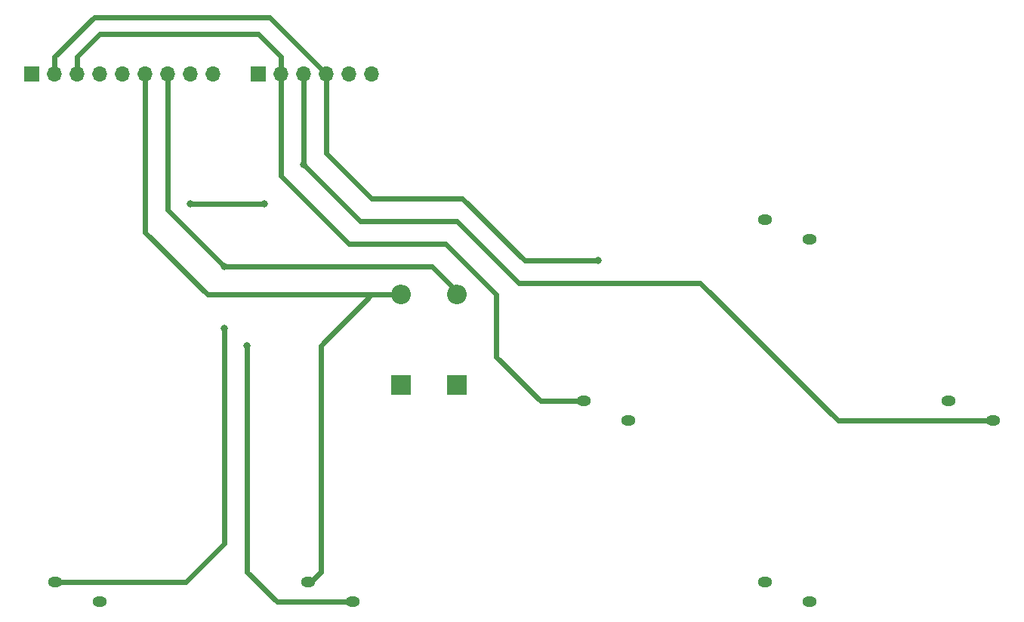
<source format=gbr>
%TF.GenerationSoftware,KiCad,Pcbnew,7.0.10*%
%TF.CreationDate,2024-02-09T22:35:13+09:00*%
%TF.ProjectId,game_pad,67616d65-5f70-4616-942e-6b696361645f,1*%
%TF.SameCoordinates,Original*%
%TF.FileFunction,Copper,L1,Top*%
%TF.FilePolarity,Positive*%
%FSLAX46Y46*%
G04 Gerber Fmt 4.6, Leading zero omitted, Abs format (unit mm)*
G04 Created by KiCad (PCBNEW 7.0.10) date 2024-02-09 22:35:13*
%MOMM*%
%LPD*%
G01*
G04 APERTURE LIST*
%TA.AperFunction,ComponentPad*%
%ADD10O,1.600000X1.200000*%
%TD*%
%TA.AperFunction,ComponentPad*%
%ADD11R,1.700000X1.700000*%
%TD*%
%TA.AperFunction,ComponentPad*%
%ADD12O,1.700000X1.700000*%
%TD*%
%TA.AperFunction,ComponentPad*%
%ADD13R,2.200000X2.200000*%
%TD*%
%TA.AperFunction,ComponentPad*%
%ADD14O,2.200000X2.200000*%
%TD*%
%TA.AperFunction,ViaPad*%
%ADD15C,0.800000*%
%TD*%
%TA.AperFunction,Conductor*%
%ADD16C,0.600000*%
%TD*%
G04 APERTURE END LIST*
D10*
%TO.P,SW6,1,1*%
%TO.N,Net-(J1-Pin_2)*%
X150790000Y-130700000D03*
%TO.P,SW6,2,2*%
%TO.N,Net-(J2-Pin_5)*%
X155790000Y-132900000D03*
%TD*%
D11*
%TO.P,J2,1,Pin_1*%
%TO.N,/UP*%
X93980000Y-73660000D03*
D12*
%TO.P,J2,2,Pin_2*%
%TO.N,Net-(J1-Pin_3)*%
X96520000Y-73660000D03*
%TO.P,J2,3,Pin_3*%
%TO.N,/RIGHT*%
X99060000Y-73660000D03*
%TO.P,J2,4,Pin_4*%
%TO.N,Net-(J1-Pin_2)*%
X101600000Y-73660000D03*
%TO.P,J2,5,Pin_5*%
%TO.N,Net-(J2-Pin_5)*%
X104140000Y-73660000D03*
%TO.P,J2,6,Pin_6*%
%TO.N,Net-(D1-K)*%
X106680000Y-73660000D03*
%TD*%
D10*
%TO.P,SW5,1,1*%
%TO.N,Net-(J2-Pin_5)*%
X171315000Y-110380000D03*
%TO.P,SW5,2,2*%
%TO.N,/RIGHT*%
X176315000Y-112580000D03*
%TD*%
D13*
%TO.P,D1,1,K*%
%TO.N,Net-(D1-K)*%
X109982000Y-108585000D03*
D14*
%TO.P,D1,2,A*%
%TO.N,/A_BUTTON*%
X109982000Y-98425000D03*
%TD*%
D10*
%TO.P,SW1,1,1*%
%TO.N,/B_BUTTON*%
X71200000Y-130700000D03*
%TO.P,SW1,2,2*%
%TO.N,Net-(JP2-B)*%
X76200000Y-132900000D03*
%TD*%
D13*
%TO.P,D2,1,K*%
%TO.N,Net-(D1-K)*%
X116205000Y-108585000D03*
D14*
%TO.P,D2,2,A*%
%TO.N,/B_BUTTON*%
X116205000Y-98425000D03*
%TD*%
D10*
%TO.P,SW4,1,1*%
%TO.N,Net-(J1-Pin_3)*%
X130470000Y-110380000D03*
%TO.P,SW4,2,2*%
%TO.N,Net-(J2-Pin_5)*%
X135470000Y-112580000D03*
%TD*%
%TO.P,SW3,1,1*%
%TO.N,/UP*%
X150780000Y-90060000D03*
%TO.P,SW3,2,2*%
%TO.N,Net-(J2-Pin_5)*%
X155780000Y-92260000D03*
%TD*%
D11*
%TO.P,J1,1,Pin_1*%
%TO.N,/UP*%
X68580000Y-73660000D03*
D12*
%TO.P,J1,2,Pin_2*%
%TO.N,Net-(J1-Pin_2)*%
X71120000Y-73660000D03*
%TO.P,J1,3,Pin_3*%
%TO.N,Net-(J1-Pin_3)*%
X73660000Y-73660000D03*
%TO.P,J1,4,Pin_4*%
%TO.N,/RIGHT*%
X76200000Y-73660000D03*
%TO.P,J1,5,Pin_5*%
%TO.N,unconnected-(J1-Pin_5-Pad5)*%
X78740000Y-73660000D03*
%TO.P,J1,6,Pin_6*%
%TO.N,/A_BUTTON*%
X81280000Y-73660000D03*
%TO.P,J1,7,Pin_7*%
%TO.N,/B_BUTTON*%
X83820000Y-73660000D03*
%TO.P,J1,8,Pin_8*%
%TO.N,Net-(J1-Pin_8)*%
X86360000Y-73660000D03*
%TO.P,J1,9,Pin_9*%
%TO.N,Net-(J1-Pin_9)*%
X88900000Y-73660000D03*
%TD*%
D10*
%TO.P,SW2,1,1*%
%TO.N,/A_BUTTON*%
X99560000Y-130700000D03*
%TO.P,SW2,2,2*%
%TO.N,Net-(JP1-B)*%
X104560000Y-132900000D03*
%TD*%
D15*
%TO.N,/B_BUTTON*%
X90170000Y-95250000D03*
X90170000Y-102235000D03*
%TO.N,Net-(J1-Pin_2)*%
X132080000Y-94615000D03*
%TO.N,/RIGHT*%
X86360000Y-88265000D03*
X94615000Y-88265000D03*
X99060000Y-83820000D03*
%TO.N,Net-(JP1-B)*%
X92710000Y-104140000D03*
%TD*%
D16*
%TO.N,/A_BUTTON*%
X100965000Y-129540000D02*
X100965000Y-104140000D01*
X100965000Y-104140000D02*
X106605000Y-98500000D01*
X105410000Y-98425000D02*
X88265000Y-98425000D01*
X106530000Y-98425000D02*
X105410000Y-98425000D01*
X81280000Y-91440000D02*
X81280000Y-73660000D01*
X106605000Y-98500000D02*
X106680000Y-98425000D01*
X105410000Y-98425000D02*
X107315000Y-98425000D01*
X106680000Y-98425000D02*
X107315000Y-98425000D01*
X106605000Y-98500000D02*
X106530000Y-98425000D01*
X88265000Y-98425000D02*
X81280000Y-91440000D01*
X99805000Y-130700000D02*
X100965000Y-129540000D01*
X107315000Y-98425000D02*
X109982000Y-98425000D01*
%TO.N,/B_BUTTON*%
X71200000Y-130700000D02*
X85835000Y-130700000D01*
X83820000Y-88900000D02*
X90170000Y-95250000D01*
X85835000Y-130700000D02*
X90170000Y-126365000D01*
X113430000Y-95250000D02*
X115900000Y-97720000D01*
X90170000Y-126365000D02*
X90170000Y-102235000D01*
X90170000Y-95250000D02*
X113430000Y-95250000D01*
X83820000Y-73660000D02*
X83820000Y-88900000D01*
X115900000Y-97720000D02*
X115900000Y-98425000D01*
%TO.N,Net-(J1-Pin_2)*%
X75565000Y-67310000D02*
X95250000Y-67310000D01*
X123825000Y-94615000D02*
X132080000Y-94615000D01*
X101600000Y-82550000D02*
X106680000Y-87630000D01*
X71120000Y-73660000D02*
X71120000Y-71755000D01*
X106680000Y-87630000D02*
X116840000Y-87630000D01*
X71120000Y-71755000D02*
X75565000Y-67310000D01*
X95250000Y-67310000D02*
X101600000Y-73660000D01*
X101600000Y-73660000D02*
X101600000Y-82550000D01*
X116840000Y-87630000D02*
X123825000Y-94615000D01*
%TO.N,Net-(J1-Pin_3)*%
X96520000Y-71755000D02*
X93980000Y-69215000D01*
X93980000Y-69215000D02*
X76200000Y-69215000D01*
X76200000Y-69215000D02*
X73660000Y-71755000D01*
X104140000Y-92710000D02*
X114935000Y-92710000D01*
X96520000Y-73660000D02*
X96520000Y-85090000D01*
X125620000Y-110380000D02*
X130470000Y-110380000D01*
X120650000Y-105410000D02*
X125620000Y-110380000D01*
X120650000Y-98425000D02*
X120650000Y-105410000D01*
X96520000Y-85090000D02*
X104140000Y-92710000D01*
X96520000Y-73660000D02*
X96520000Y-71755000D01*
X114935000Y-92710000D02*
X120650000Y-98425000D01*
X73660000Y-71755000D02*
X73660000Y-73660000D01*
%TO.N,/RIGHT*%
X143510000Y-97155000D02*
X158935000Y-112580000D01*
X123190000Y-97155000D02*
X143510000Y-97155000D01*
X99060000Y-73660000D02*
X99060000Y-83820000D01*
X99060000Y-83820000D02*
X105410000Y-90170000D01*
X116205000Y-90170000D02*
X123190000Y-97155000D01*
X105410000Y-90170000D02*
X116205000Y-90170000D01*
X94615000Y-88265000D02*
X86360000Y-88265000D01*
X158935000Y-112580000D02*
X176315000Y-112580000D01*
%TO.N,Net-(JP1-B)*%
X96070000Y-132900000D02*
X104560000Y-132900000D01*
X92710000Y-129540000D02*
X96070000Y-132900000D01*
X92710000Y-104140000D02*
X92710000Y-129540000D01*
%TD*%
M02*

</source>
